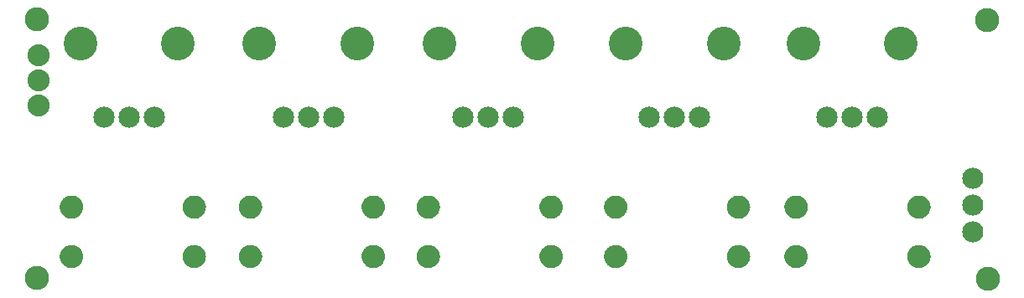
<source format=gbs>
G04 MADE WITH FRITZING*
G04 WWW.FRITZING.ORG*
G04 DOUBLE SIDED*
G04 HOLES PLATED*
G04 CONTOUR ON CENTER OF CONTOUR VECTOR*
%ASAXBY*%
%FSLAX23Y23*%
%MOIN*%
%OFA0B0*%
%SFA1.0B1.0*%
%ADD10C,0.084000*%
%ADD11C,0.096614*%
%ADD12C,0.084667*%
%ADD13C,0.084695*%
%ADD14C,0.134033*%
%ADD15C,0.088000*%
%ADD16R,0.001000X0.001000*%
%LNMASK0*%
G90*
G70*
G54D10*
X3798Y259D03*
X3798Y366D03*
X3798Y473D03*
G54D11*
X78Y75D03*
X3856Y1104D03*
X80Y1106D03*
X3858Y73D03*
G54D12*
X3219Y716D03*
X3319Y716D03*
G54D13*
X3419Y716D03*
G54D14*
X3125Y1011D03*
X3513Y1011D03*
G54D12*
X2514Y716D03*
X2614Y716D03*
G54D13*
X2714Y716D03*
G54D14*
X2420Y1011D03*
X2808Y1011D03*
G54D12*
X1774Y716D03*
X1874Y716D03*
G54D13*
X1974Y716D03*
G54D14*
X1680Y1011D03*
X2068Y1011D03*
G54D12*
X1058Y716D03*
X1158Y716D03*
G54D13*
X1258Y716D03*
G54D14*
X964Y1011D03*
X1352Y1011D03*
G54D12*
X346Y716D03*
X446Y716D03*
G54D13*
X546Y716D03*
G54D14*
X252Y1011D03*
X641Y1011D03*
G54D15*
X85Y963D03*
X85Y863D03*
X85Y763D03*
G54D16*
X210Y404D02*
X223Y404D01*
X699Y404D02*
X711Y404D01*
X922Y404D02*
X934Y404D01*
X1410Y404D02*
X1422Y404D01*
X1629Y404D02*
X1641Y404D01*
X2117Y404D02*
X2129Y404D01*
X2373Y404D02*
X2386Y404D01*
X2862Y404D02*
X2874Y404D01*
X3091Y404D02*
X3103Y404D01*
X3579Y404D02*
X3591Y404D01*
X206Y403D02*
X228Y403D01*
X694Y403D02*
X716Y403D01*
X917Y403D02*
X939Y403D01*
X1405Y403D02*
X1427Y403D01*
X1624Y403D02*
X1646Y403D01*
X2112Y403D02*
X2134Y403D01*
X2368Y403D02*
X2391Y403D01*
X2857Y403D02*
X2879Y403D01*
X3086Y403D02*
X3108Y403D01*
X3574Y403D02*
X3596Y403D01*
X202Y402D02*
X231Y402D01*
X690Y402D02*
X719Y402D01*
X913Y402D02*
X943Y402D01*
X1402Y402D02*
X1431Y402D01*
X1620Y402D02*
X1650Y402D01*
X2109Y402D02*
X2138Y402D01*
X2365Y402D02*
X2394Y402D01*
X2853Y402D02*
X2882Y402D01*
X3082Y402D02*
X3111Y402D01*
X3570Y402D02*
X3600Y402D01*
X199Y401D02*
X234Y401D01*
X687Y401D02*
X722Y401D01*
X911Y401D02*
X945Y401D01*
X1399Y401D02*
X1434Y401D01*
X1618Y401D02*
X1652Y401D01*
X2106Y401D02*
X2141Y401D01*
X2362Y401D02*
X2397Y401D01*
X2850Y401D02*
X2885Y401D01*
X3079Y401D02*
X3114Y401D01*
X3567Y401D02*
X3602Y401D01*
X197Y400D02*
X236Y400D01*
X685Y400D02*
X724Y400D01*
X908Y400D02*
X947Y400D01*
X1397Y400D02*
X1436Y400D01*
X1615Y400D02*
X1654Y400D01*
X2104Y400D02*
X2143Y400D01*
X2360Y400D02*
X2399Y400D01*
X2848Y400D02*
X2887Y400D01*
X3077Y400D02*
X3116Y400D01*
X3565Y400D02*
X3604Y400D01*
X195Y399D02*
X238Y399D01*
X683Y399D02*
X726Y399D01*
X906Y399D02*
X949Y399D01*
X1395Y399D02*
X1438Y399D01*
X1613Y399D02*
X1656Y399D01*
X2102Y399D02*
X2145Y399D01*
X2358Y399D02*
X2401Y399D01*
X2846Y399D02*
X2889Y399D01*
X3075Y399D02*
X3118Y399D01*
X3563Y399D02*
X3606Y399D01*
X194Y398D02*
X240Y398D01*
X682Y398D02*
X728Y398D01*
X905Y398D02*
X951Y398D01*
X1393Y398D02*
X1439Y398D01*
X1612Y398D02*
X1658Y398D01*
X2100Y398D02*
X2146Y398D01*
X2356Y398D02*
X2403Y398D01*
X2845Y398D02*
X2891Y398D01*
X3074Y398D02*
X3120Y398D01*
X3562Y398D02*
X3608Y398D01*
X192Y397D02*
X241Y397D01*
X680Y397D02*
X730Y397D01*
X903Y397D02*
X953Y397D01*
X1391Y397D02*
X1441Y397D01*
X1610Y397D02*
X1660Y397D01*
X2098Y397D02*
X2148Y397D01*
X2355Y397D02*
X2404Y397D01*
X2843Y397D02*
X2893Y397D01*
X3072Y397D02*
X3121Y397D01*
X3560Y397D02*
X3610Y397D01*
X190Y396D02*
X243Y396D01*
X679Y396D02*
X731Y396D01*
X902Y396D02*
X954Y396D01*
X1390Y396D02*
X1442Y396D01*
X1609Y396D02*
X1661Y396D01*
X2097Y396D02*
X2149Y396D01*
X2353Y396D02*
X2406Y396D01*
X2842Y396D02*
X2894Y396D01*
X3070Y396D02*
X3123Y396D01*
X3559Y396D02*
X3611Y396D01*
X189Y395D02*
X244Y395D01*
X677Y395D02*
X732Y395D01*
X900Y395D02*
X956Y395D01*
X1389Y395D02*
X1444Y395D01*
X1607Y395D02*
X1663Y395D01*
X2096Y395D02*
X2151Y395D01*
X2352Y395D02*
X2407Y395D01*
X2840Y395D02*
X2895Y395D01*
X3069Y395D02*
X3124Y395D01*
X3557Y395D02*
X3612Y395D01*
X188Y394D02*
X246Y394D01*
X676Y394D02*
X734Y394D01*
X899Y394D02*
X957Y394D01*
X1387Y394D02*
X1445Y394D01*
X1606Y394D02*
X1664Y394D01*
X2094Y394D02*
X2152Y394D01*
X2351Y394D02*
X2409Y394D01*
X2839Y394D02*
X2897Y394D01*
X3068Y394D02*
X3126Y394D01*
X3556Y394D02*
X3614Y394D01*
X187Y393D02*
X247Y393D01*
X675Y393D02*
X735Y393D01*
X898Y393D02*
X958Y393D01*
X1386Y393D02*
X1446Y393D01*
X1605Y393D02*
X1665Y393D01*
X2093Y393D02*
X2153Y393D01*
X2350Y393D02*
X2410Y393D01*
X2838Y393D02*
X2898Y393D01*
X3067Y393D02*
X3127Y393D01*
X3555Y393D02*
X3615Y393D01*
X185Y392D02*
X248Y392D01*
X674Y392D02*
X736Y392D01*
X897Y392D02*
X959Y392D01*
X1385Y392D02*
X1447Y392D01*
X1604Y392D02*
X1666Y392D01*
X2092Y392D02*
X2154Y392D01*
X2348Y392D02*
X2411Y392D01*
X2837Y392D02*
X2899Y392D01*
X3066Y392D02*
X3128Y392D01*
X3554Y392D02*
X3616Y392D01*
X184Y391D02*
X249Y391D01*
X673Y391D02*
X737Y391D01*
X896Y391D02*
X960Y391D01*
X1384Y391D02*
X1448Y391D01*
X1603Y391D02*
X1667Y391D01*
X2091Y391D02*
X2155Y391D01*
X2347Y391D02*
X2412Y391D01*
X2836Y391D02*
X2900Y391D01*
X3064Y391D02*
X3129Y391D01*
X3553Y391D02*
X3617Y391D01*
X183Y390D02*
X250Y390D01*
X672Y390D02*
X738Y390D01*
X895Y390D02*
X961Y390D01*
X1383Y390D02*
X1449Y390D01*
X1602Y390D02*
X1668Y390D01*
X2090Y390D02*
X2156Y390D01*
X2346Y390D02*
X2413Y390D01*
X2835Y390D02*
X2901Y390D01*
X3064Y390D02*
X3130Y390D01*
X3552Y390D02*
X3618Y390D01*
X183Y389D02*
X251Y389D01*
X671Y389D02*
X739Y389D01*
X894Y389D02*
X962Y389D01*
X1382Y389D02*
X1450Y389D01*
X1601Y389D02*
X1669Y389D01*
X2089Y389D02*
X2157Y389D01*
X2346Y389D02*
X2414Y389D01*
X2834Y389D02*
X2902Y389D01*
X3063Y389D02*
X3131Y389D01*
X3551Y389D02*
X3619Y389D01*
X182Y388D02*
X252Y388D01*
X670Y388D02*
X740Y388D01*
X893Y388D02*
X963Y388D01*
X1381Y388D02*
X1451Y388D01*
X1600Y388D02*
X1670Y388D01*
X2088Y388D02*
X2158Y388D01*
X2345Y388D02*
X2415Y388D01*
X2833Y388D02*
X2903Y388D01*
X3062Y388D02*
X3132Y388D01*
X3550Y388D02*
X3620Y388D01*
X181Y387D02*
X252Y387D01*
X669Y387D02*
X741Y387D01*
X892Y387D02*
X964Y387D01*
X1380Y387D02*
X1452Y387D01*
X1599Y387D02*
X1671Y387D01*
X2087Y387D02*
X2159Y387D01*
X2344Y387D02*
X2415Y387D01*
X2832Y387D02*
X2904Y387D01*
X3061Y387D02*
X3132Y387D01*
X3549Y387D02*
X3621Y387D01*
X180Y386D02*
X253Y386D01*
X668Y386D02*
X741Y386D01*
X891Y386D02*
X964Y386D01*
X1380Y386D02*
X1453Y386D01*
X1599Y386D02*
X1671Y386D01*
X2087Y386D02*
X2160Y386D01*
X2343Y386D02*
X2416Y386D01*
X2831Y386D02*
X2904Y386D01*
X3060Y386D02*
X3133Y386D01*
X3548Y386D02*
X3621Y386D01*
X179Y385D02*
X254Y385D01*
X668Y385D02*
X742Y385D01*
X891Y385D02*
X965Y385D01*
X1379Y385D02*
X1453Y385D01*
X1598Y385D02*
X1672Y385D01*
X2086Y385D02*
X2160Y385D01*
X2342Y385D02*
X2417Y385D01*
X2831Y385D02*
X2905Y385D01*
X3059Y385D02*
X3134Y385D01*
X3548Y385D02*
X3622Y385D01*
X179Y384D02*
X255Y384D01*
X667Y384D02*
X743Y384D01*
X890Y384D02*
X966Y384D01*
X1378Y384D02*
X1454Y384D01*
X1597Y384D02*
X1673Y384D01*
X2085Y384D02*
X2161Y384D01*
X2342Y384D02*
X2418Y384D01*
X2830Y384D02*
X2906Y384D01*
X3059Y384D02*
X3135Y384D01*
X3547Y384D02*
X3623Y384D01*
X178Y383D02*
X255Y383D01*
X666Y383D02*
X743Y383D01*
X889Y383D02*
X967Y383D01*
X1378Y383D02*
X1455Y383D01*
X1596Y383D02*
X1674Y383D01*
X2085Y383D02*
X2162Y383D01*
X2341Y383D02*
X2418Y383D01*
X2829Y383D02*
X2906Y383D01*
X3058Y383D02*
X3135Y383D01*
X3546Y383D02*
X3623Y383D01*
X177Y382D02*
X256Y382D01*
X666Y382D02*
X744Y382D01*
X889Y382D02*
X967Y382D01*
X1377Y382D02*
X1455Y382D01*
X1596Y382D02*
X1674Y382D01*
X2084Y382D02*
X2162Y382D01*
X2340Y382D02*
X2419Y382D01*
X2829Y382D02*
X2907Y382D01*
X3058Y382D02*
X3136Y382D01*
X3546Y382D02*
X3624Y382D01*
X177Y381D02*
X256Y381D01*
X665Y381D02*
X745Y381D01*
X888Y381D02*
X968Y381D01*
X1376Y381D02*
X1456Y381D01*
X1595Y381D02*
X1675Y381D01*
X2083Y381D02*
X2163Y381D01*
X2340Y381D02*
X2419Y381D01*
X2828Y381D02*
X2908Y381D01*
X3057Y381D02*
X3136Y381D01*
X3545Y381D02*
X3625Y381D01*
X176Y380D02*
X257Y380D01*
X664Y380D02*
X745Y380D01*
X888Y380D02*
X968Y380D01*
X1376Y380D02*
X1457Y380D01*
X1595Y380D02*
X1675Y380D01*
X2083Y380D02*
X2164Y380D01*
X2339Y380D02*
X2420Y380D01*
X2827Y380D02*
X2908Y380D01*
X3056Y380D02*
X3137Y380D01*
X3545Y380D02*
X3625Y380D01*
X176Y379D02*
X258Y379D01*
X664Y379D02*
X746Y379D01*
X887Y379D02*
X969Y379D01*
X1375Y379D02*
X1457Y379D01*
X1594Y379D02*
X1676Y379D01*
X2082Y379D02*
X2164Y379D01*
X2339Y379D02*
X2420Y379D01*
X2827Y379D02*
X2909Y379D01*
X3056Y379D02*
X3138Y379D01*
X3544Y379D02*
X3626Y379D01*
X175Y378D02*
X258Y378D01*
X663Y378D02*
X746Y378D01*
X887Y378D02*
X969Y378D01*
X1375Y378D02*
X1458Y378D01*
X1594Y378D02*
X1676Y378D01*
X2082Y378D02*
X2165Y378D01*
X2338Y378D02*
X2421Y378D01*
X2826Y378D02*
X2909Y378D01*
X3055Y378D02*
X3138Y378D01*
X3544Y378D02*
X3626Y378D01*
X175Y377D02*
X259Y377D01*
X663Y377D02*
X747Y377D01*
X886Y377D02*
X970Y377D01*
X1374Y377D02*
X1458Y377D01*
X1593Y377D02*
X1677Y377D01*
X2081Y377D02*
X2165Y377D01*
X2338Y377D02*
X2421Y377D01*
X2826Y377D02*
X2910Y377D01*
X3055Y377D02*
X3139Y377D01*
X3543Y377D02*
X3627Y377D01*
X174Y376D02*
X259Y376D01*
X663Y376D02*
X747Y376D01*
X886Y376D02*
X970Y376D01*
X1374Y376D02*
X1458Y376D01*
X1593Y376D02*
X1677Y376D01*
X2081Y376D02*
X2165Y376D01*
X2337Y376D02*
X2422Y376D01*
X2826Y376D02*
X2910Y376D01*
X3054Y376D02*
X3139Y376D01*
X3543Y376D02*
X3627Y376D01*
X174Y375D02*
X259Y375D01*
X662Y375D02*
X747Y375D01*
X885Y375D02*
X971Y375D01*
X1374Y375D02*
X1459Y375D01*
X1592Y375D02*
X1678Y375D01*
X2081Y375D02*
X2166Y375D01*
X2337Y375D02*
X2422Y375D01*
X2825Y375D02*
X2910Y375D01*
X3054Y375D02*
X3139Y375D01*
X3542Y375D02*
X3628Y375D01*
X174Y374D02*
X260Y374D01*
X662Y374D02*
X748Y374D01*
X885Y374D02*
X971Y374D01*
X1373Y374D02*
X1459Y374D01*
X1592Y374D02*
X1678Y374D01*
X2080Y374D02*
X2166Y374D01*
X2337Y374D02*
X2423Y374D01*
X2825Y374D02*
X2911Y374D01*
X3054Y374D02*
X3140Y374D01*
X3542Y374D02*
X3628Y374D01*
X173Y373D02*
X260Y373D01*
X661Y373D02*
X748Y373D01*
X885Y373D02*
X971Y373D01*
X1373Y373D02*
X1460Y373D01*
X1592Y373D02*
X1678Y373D01*
X2080Y373D02*
X2167Y373D01*
X2336Y373D02*
X2423Y373D01*
X2824Y373D02*
X2911Y373D01*
X3053Y373D02*
X3140Y373D01*
X3542Y373D02*
X3628Y373D01*
X173Y372D02*
X260Y372D01*
X661Y372D02*
X749Y372D01*
X884Y372D02*
X972Y372D01*
X1372Y372D02*
X1460Y372D01*
X1591Y372D02*
X1679Y372D01*
X2079Y372D02*
X2167Y372D01*
X2336Y372D02*
X2423Y372D01*
X2824Y372D02*
X2912Y372D01*
X3053Y372D02*
X3140Y372D01*
X3541Y372D02*
X3629Y372D01*
X173Y371D02*
X261Y371D01*
X661Y371D02*
X749Y371D01*
X884Y371D02*
X972Y371D01*
X1372Y371D02*
X1460Y371D01*
X1591Y371D02*
X1679Y371D01*
X2079Y371D02*
X2167Y371D01*
X2336Y371D02*
X2424Y371D01*
X2824Y371D02*
X2912Y371D01*
X3053Y371D02*
X3141Y371D01*
X3541Y371D02*
X3629Y371D01*
X172Y370D02*
X261Y370D01*
X661Y370D02*
X749Y370D01*
X884Y370D02*
X972Y370D01*
X1372Y370D02*
X1460Y370D01*
X1591Y370D02*
X1679Y370D01*
X2079Y370D02*
X2167Y370D01*
X2335Y370D02*
X2424Y370D01*
X2824Y370D02*
X2912Y370D01*
X3052Y370D02*
X3141Y370D01*
X3541Y370D02*
X3629Y370D01*
X172Y369D02*
X261Y369D01*
X660Y369D02*
X749Y369D01*
X884Y369D02*
X972Y369D01*
X1372Y369D02*
X1461Y369D01*
X1591Y369D02*
X1679Y369D01*
X2079Y369D02*
X2168Y369D01*
X2335Y369D02*
X2424Y369D01*
X2823Y369D02*
X2912Y369D01*
X3052Y369D02*
X3141Y369D01*
X3540Y369D02*
X3629Y369D01*
X172Y368D02*
X261Y368D01*
X660Y368D02*
X750Y368D01*
X883Y368D02*
X973Y368D01*
X1371Y368D02*
X1461Y368D01*
X1590Y368D02*
X1680Y368D01*
X2078Y368D02*
X2168Y368D01*
X2335Y368D02*
X2424Y368D01*
X2823Y368D02*
X2913Y368D01*
X3052Y368D02*
X3141Y368D01*
X3540Y368D02*
X3630Y368D01*
X172Y367D02*
X262Y367D01*
X660Y367D02*
X750Y367D01*
X883Y367D02*
X973Y367D01*
X1371Y367D02*
X1461Y367D01*
X1590Y367D02*
X1680Y367D01*
X2078Y367D02*
X2168Y367D01*
X2335Y367D02*
X2425Y367D01*
X2823Y367D02*
X2913Y367D01*
X3052Y367D02*
X3142Y367D01*
X3540Y367D02*
X3630Y367D01*
X172Y366D02*
X262Y366D01*
X660Y366D02*
X750Y366D01*
X883Y366D02*
X973Y366D01*
X1371Y366D02*
X1461Y366D01*
X1590Y366D02*
X1680Y366D01*
X2078Y366D02*
X2168Y366D01*
X2335Y366D02*
X2425Y366D01*
X2823Y366D02*
X2913Y366D01*
X3052Y366D02*
X3142Y366D01*
X3540Y366D02*
X3630Y366D01*
X171Y365D02*
X262Y365D01*
X660Y365D02*
X750Y365D01*
X883Y365D02*
X973Y365D01*
X1371Y365D02*
X1461Y365D01*
X1590Y365D02*
X1680Y365D01*
X2078Y365D02*
X2168Y365D01*
X2334Y365D02*
X2425Y365D01*
X2823Y365D02*
X2913Y365D01*
X3051Y365D02*
X3142Y365D01*
X3540Y365D02*
X3630Y365D01*
X171Y364D02*
X262Y364D01*
X659Y364D02*
X750Y364D01*
X883Y364D02*
X973Y364D01*
X1371Y364D02*
X1462Y364D01*
X1590Y364D02*
X1680Y364D01*
X2078Y364D02*
X2169Y364D01*
X2334Y364D02*
X2425Y364D01*
X2822Y364D02*
X2913Y364D01*
X3051Y364D02*
X3142Y364D01*
X3540Y364D02*
X3630Y364D01*
X171Y363D02*
X262Y363D01*
X659Y363D02*
X750Y363D01*
X882Y363D02*
X974Y363D01*
X1371Y363D02*
X1462Y363D01*
X1589Y363D02*
X1681Y363D01*
X2078Y363D02*
X2169Y363D01*
X2334Y363D02*
X2425Y363D01*
X2822Y363D02*
X2913Y363D01*
X3051Y363D02*
X3142Y363D01*
X3539Y363D02*
X3630Y363D01*
X171Y362D02*
X262Y362D01*
X659Y362D02*
X750Y362D01*
X882Y362D02*
X974Y362D01*
X1371Y362D02*
X1462Y362D01*
X1589Y362D02*
X1681Y362D01*
X2078Y362D02*
X2169Y362D01*
X2334Y362D02*
X2425Y362D01*
X2822Y362D02*
X2913Y362D01*
X3051Y362D02*
X3142Y362D01*
X3539Y362D02*
X3631Y362D01*
X171Y361D02*
X262Y361D01*
X659Y361D02*
X751Y361D01*
X882Y361D02*
X974Y361D01*
X1370Y361D02*
X1462Y361D01*
X1589Y361D02*
X1681Y361D01*
X2077Y361D02*
X2169Y361D01*
X2334Y361D02*
X2425Y361D01*
X2822Y361D02*
X2913Y361D01*
X3051Y361D02*
X3142Y361D01*
X3539Y361D02*
X3631Y361D01*
X171Y360D02*
X262Y360D01*
X659Y360D02*
X751Y360D01*
X882Y360D02*
X974Y360D01*
X1370Y360D02*
X1462Y360D01*
X1589Y360D02*
X1681Y360D01*
X2077Y360D02*
X2169Y360D01*
X2334Y360D02*
X2425Y360D01*
X2822Y360D02*
X2914Y360D01*
X3051Y360D02*
X3142Y360D01*
X3539Y360D02*
X3631Y360D01*
X171Y359D02*
X262Y359D01*
X659Y359D02*
X751Y359D01*
X882Y359D02*
X974Y359D01*
X1370Y359D02*
X1462Y359D01*
X1589Y359D02*
X1681Y359D01*
X2077Y359D02*
X2169Y359D01*
X2334Y359D02*
X2425Y359D01*
X2822Y359D02*
X2914Y359D01*
X3051Y359D02*
X3143Y359D01*
X3539Y359D02*
X3631Y359D01*
X171Y358D02*
X262Y358D01*
X659Y358D02*
X751Y358D01*
X882Y358D02*
X974Y358D01*
X1370Y358D02*
X1462Y358D01*
X1589Y358D02*
X1681Y358D01*
X2077Y358D02*
X2169Y358D01*
X2334Y358D02*
X2425Y358D01*
X2822Y358D02*
X2914Y358D01*
X3051Y358D02*
X3143Y358D01*
X3539Y358D02*
X3631Y358D01*
X171Y357D02*
X262Y357D01*
X659Y357D02*
X751Y357D01*
X882Y357D02*
X974Y357D01*
X1370Y357D02*
X1462Y357D01*
X1589Y357D02*
X1681Y357D01*
X2077Y357D02*
X2169Y357D01*
X2334Y357D02*
X2425Y357D01*
X2822Y357D02*
X2914Y357D01*
X3051Y357D02*
X3142Y357D01*
X3539Y357D02*
X3631Y357D01*
X171Y356D02*
X262Y356D01*
X659Y356D02*
X751Y356D01*
X882Y356D02*
X974Y356D01*
X1370Y356D02*
X1462Y356D01*
X1589Y356D02*
X1681Y356D01*
X2077Y356D02*
X2169Y356D01*
X2334Y356D02*
X2425Y356D01*
X2822Y356D02*
X2914Y356D01*
X3051Y356D02*
X3142Y356D01*
X3539Y356D02*
X3631Y356D01*
X171Y355D02*
X262Y355D01*
X659Y355D02*
X750Y355D01*
X882Y355D02*
X974Y355D01*
X1371Y355D02*
X1462Y355D01*
X1589Y355D02*
X1681Y355D01*
X2078Y355D02*
X2169Y355D01*
X2334Y355D02*
X2425Y355D01*
X2822Y355D02*
X2913Y355D01*
X3051Y355D02*
X3142Y355D01*
X3539Y355D02*
X3631Y355D01*
X171Y354D02*
X262Y354D01*
X659Y354D02*
X750Y354D01*
X882Y354D02*
X974Y354D01*
X1371Y354D02*
X1462Y354D01*
X1589Y354D02*
X1681Y354D01*
X2078Y354D02*
X2169Y354D01*
X2334Y354D02*
X2425Y354D01*
X2822Y354D02*
X2913Y354D01*
X3051Y354D02*
X3142Y354D01*
X3539Y354D02*
X3630Y354D01*
X171Y353D02*
X262Y353D01*
X659Y353D02*
X750Y353D01*
X883Y353D02*
X973Y353D01*
X1371Y353D02*
X1462Y353D01*
X1590Y353D02*
X1680Y353D01*
X2078Y353D02*
X2169Y353D01*
X2334Y353D02*
X2425Y353D01*
X2822Y353D02*
X2913Y353D01*
X3051Y353D02*
X3142Y353D01*
X3539Y353D02*
X3630Y353D01*
X171Y352D02*
X262Y352D01*
X660Y352D02*
X750Y352D01*
X883Y352D02*
X973Y352D01*
X1371Y352D02*
X1461Y352D01*
X1590Y352D02*
X1680Y352D01*
X2078Y352D02*
X2168Y352D01*
X2334Y352D02*
X2425Y352D01*
X2823Y352D02*
X2913Y352D01*
X3051Y352D02*
X3142Y352D01*
X3540Y352D02*
X3630Y352D01*
X171Y351D02*
X262Y351D01*
X660Y351D02*
X750Y351D01*
X883Y351D02*
X973Y351D01*
X1371Y351D02*
X1461Y351D01*
X1590Y351D02*
X1680Y351D01*
X2078Y351D02*
X2168Y351D01*
X2334Y351D02*
X2425Y351D01*
X2823Y351D02*
X2913Y351D01*
X3052Y351D02*
X3142Y351D01*
X3540Y351D02*
X3630Y351D01*
X172Y350D02*
X262Y350D01*
X660Y350D02*
X750Y350D01*
X883Y350D02*
X973Y350D01*
X1371Y350D02*
X1461Y350D01*
X1590Y350D02*
X1680Y350D01*
X2078Y350D02*
X2168Y350D01*
X2335Y350D02*
X2425Y350D01*
X2823Y350D02*
X2913Y350D01*
X3052Y350D02*
X3142Y350D01*
X3540Y350D02*
X3630Y350D01*
X172Y349D02*
X261Y349D01*
X660Y349D02*
X750Y349D01*
X883Y349D02*
X973Y349D01*
X1371Y349D02*
X1461Y349D01*
X1590Y349D02*
X1680Y349D01*
X2078Y349D02*
X2168Y349D01*
X2335Y349D02*
X2424Y349D01*
X2823Y349D02*
X2913Y349D01*
X3052Y349D02*
X3142Y349D01*
X3540Y349D02*
X3630Y349D01*
X172Y348D02*
X261Y348D01*
X660Y348D02*
X749Y348D01*
X883Y348D02*
X973Y348D01*
X1372Y348D02*
X1461Y348D01*
X1590Y348D02*
X1680Y348D01*
X2079Y348D02*
X2168Y348D01*
X2335Y348D02*
X2424Y348D01*
X2823Y348D02*
X2912Y348D01*
X3052Y348D02*
X3141Y348D01*
X3540Y348D02*
X3629Y348D01*
X172Y347D02*
X261Y347D01*
X660Y347D02*
X749Y347D01*
X884Y347D02*
X972Y347D01*
X1372Y347D02*
X1460Y347D01*
X1591Y347D02*
X1679Y347D01*
X2079Y347D02*
X2168Y347D01*
X2335Y347D02*
X2424Y347D01*
X2823Y347D02*
X2912Y347D01*
X3052Y347D02*
X3141Y347D01*
X3541Y347D02*
X3629Y347D01*
X173Y346D02*
X261Y346D01*
X661Y346D02*
X749Y346D01*
X884Y346D02*
X972Y346D01*
X1372Y346D02*
X1460Y346D01*
X1591Y346D02*
X1679Y346D01*
X2079Y346D02*
X2167Y346D01*
X2336Y346D02*
X2424Y346D01*
X2824Y346D02*
X2912Y346D01*
X3053Y346D02*
X3141Y346D01*
X3541Y346D02*
X3629Y346D01*
X173Y345D02*
X260Y345D01*
X661Y345D02*
X749Y345D01*
X884Y345D02*
X972Y345D01*
X1372Y345D02*
X1460Y345D01*
X1591Y345D02*
X1679Y345D01*
X2079Y345D02*
X2167Y345D01*
X2336Y345D02*
X2423Y345D01*
X2824Y345D02*
X2912Y345D01*
X3053Y345D02*
X3141Y345D01*
X3541Y345D02*
X3629Y345D01*
X173Y344D02*
X260Y344D01*
X661Y344D02*
X748Y344D01*
X884Y344D02*
X972Y344D01*
X1373Y344D02*
X1460Y344D01*
X1591Y344D02*
X1679Y344D01*
X2080Y344D02*
X2167Y344D01*
X2336Y344D02*
X2423Y344D01*
X2824Y344D02*
X2911Y344D01*
X3053Y344D02*
X3140Y344D01*
X3541Y344D02*
X3628Y344D01*
X173Y343D02*
X260Y343D01*
X662Y343D02*
X748Y343D01*
X885Y343D02*
X971Y343D01*
X1373Y343D02*
X1459Y343D01*
X1592Y343D02*
X1678Y343D01*
X2080Y343D02*
X2166Y343D01*
X2336Y343D02*
X2423Y343D01*
X2825Y343D02*
X2911Y343D01*
X3054Y343D02*
X3140Y343D01*
X3542Y343D02*
X3628Y343D01*
X174Y342D02*
X259Y342D01*
X662Y342D02*
X748Y342D01*
X885Y342D02*
X971Y342D01*
X1373Y342D02*
X1459Y342D01*
X1592Y342D02*
X1678Y342D01*
X2080Y342D02*
X2166Y342D01*
X2337Y342D02*
X2422Y342D01*
X2825Y342D02*
X2911Y342D01*
X3054Y342D02*
X3140Y342D01*
X3542Y342D02*
X3628Y342D01*
X174Y341D02*
X259Y341D01*
X662Y341D02*
X747Y341D01*
X885Y341D02*
X970Y341D01*
X1374Y341D02*
X1459Y341D01*
X1593Y341D02*
X1677Y341D01*
X2081Y341D02*
X2166Y341D01*
X2337Y341D02*
X2422Y341D01*
X2825Y341D02*
X2910Y341D01*
X3054Y341D02*
X3139Y341D01*
X3542Y341D02*
X3627Y341D01*
X175Y340D02*
X259Y340D01*
X663Y340D02*
X747Y340D01*
X886Y340D02*
X970Y340D01*
X1374Y340D02*
X1458Y340D01*
X1593Y340D02*
X1677Y340D01*
X2081Y340D02*
X2165Y340D01*
X2338Y340D02*
X2422Y340D01*
X2826Y340D02*
X2910Y340D01*
X3055Y340D02*
X3139Y340D01*
X3543Y340D02*
X3627Y340D01*
X175Y339D02*
X258Y339D01*
X663Y339D02*
X746Y339D01*
X886Y339D02*
X970Y339D01*
X1375Y339D02*
X1458Y339D01*
X1593Y339D02*
X1677Y339D01*
X2082Y339D02*
X2165Y339D01*
X2338Y339D02*
X2421Y339D01*
X2826Y339D02*
X2909Y339D01*
X3055Y339D02*
X3138Y339D01*
X3543Y339D02*
X3626Y339D01*
X176Y338D02*
X258Y338D01*
X664Y338D02*
X746Y338D01*
X887Y338D02*
X969Y338D01*
X1375Y338D02*
X1457Y338D01*
X1594Y338D02*
X1676Y338D01*
X2082Y338D02*
X2164Y338D01*
X2339Y338D02*
X2421Y338D01*
X2827Y338D02*
X2909Y338D01*
X3056Y338D02*
X3138Y338D01*
X3544Y338D02*
X3626Y338D01*
X176Y337D02*
X257Y337D01*
X664Y337D02*
X745Y337D01*
X887Y337D02*
X969Y337D01*
X1376Y337D02*
X1457Y337D01*
X1594Y337D02*
X1676Y337D01*
X2083Y337D02*
X2164Y337D01*
X2339Y337D02*
X2420Y337D01*
X2827Y337D02*
X2908Y337D01*
X3056Y337D02*
X3137Y337D01*
X3544Y337D02*
X3625Y337D01*
X177Y336D02*
X257Y336D01*
X665Y336D02*
X745Y336D01*
X888Y336D02*
X968Y336D01*
X1376Y336D02*
X1456Y336D01*
X1595Y336D02*
X1675Y336D01*
X2083Y336D02*
X2163Y336D01*
X2340Y336D02*
X2420Y336D01*
X2828Y336D02*
X2908Y336D01*
X3057Y336D02*
X3137Y336D01*
X3545Y336D02*
X3625Y336D01*
X177Y335D02*
X256Y335D01*
X665Y335D02*
X744Y335D01*
X889Y335D02*
X967Y335D01*
X1377Y335D02*
X1456Y335D01*
X1596Y335D02*
X1674Y335D01*
X2084Y335D02*
X2163Y335D01*
X2340Y335D02*
X2419Y335D01*
X2828Y335D02*
X2907Y335D01*
X3057Y335D02*
X3136Y335D01*
X3545Y335D02*
X3624Y335D01*
X178Y334D02*
X256Y334D01*
X666Y334D02*
X744Y334D01*
X889Y334D02*
X967Y334D01*
X1377Y334D02*
X1455Y334D01*
X1596Y334D02*
X1674Y334D01*
X2084Y334D02*
X2162Y334D01*
X2341Y334D02*
X2418Y334D01*
X2829Y334D02*
X2907Y334D01*
X3058Y334D02*
X3136Y334D01*
X3546Y334D02*
X3624Y334D01*
X178Y333D02*
X255Y333D01*
X667Y333D02*
X743Y333D01*
X890Y333D02*
X966Y333D01*
X1378Y333D02*
X1454Y333D01*
X1597Y333D02*
X1673Y333D01*
X2085Y333D02*
X2161Y333D01*
X2341Y333D02*
X2418Y333D01*
X2830Y333D02*
X2906Y333D01*
X3058Y333D02*
X3135Y333D01*
X3547Y333D02*
X3623Y333D01*
X179Y332D02*
X254Y332D01*
X667Y332D02*
X742Y332D01*
X890Y332D02*
X966Y332D01*
X1379Y332D02*
X1454Y332D01*
X1597Y332D02*
X1673Y332D01*
X2086Y332D02*
X2161Y332D01*
X2342Y332D02*
X2417Y332D01*
X2830Y332D02*
X2905Y332D01*
X3059Y332D02*
X3134Y332D01*
X3547Y332D02*
X3622Y332D01*
X180Y331D02*
X253Y331D01*
X668Y331D02*
X742Y331D01*
X891Y331D02*
X965Y331D01*
X1379Y331D02*
X1453Y331D01*
X1598Y331D02*
X1672Y331D01*
X2086Y331D02*
X2160Y331D01*
X2343Y331D02*
X2416Y331D01*
X2831Y331D02*
X2905Y331D01*
X3060Y331D02*
X3134Y331D01*
X3548Y331D02*
X3622Y331D01*
X181Y330D02*
X253Y330D01*
X669Y330D02*
X741Y330D01*
X892Y330D02*
X964Y330D01*
X1380Y330D02*
X1452Y330D01*
X1599Y330D02*
X1671Y330D01*
X2087Y330D02*
X2159Y330D01*
X2344Y330D02*
X2416Y330D01*
X2832Y330D02*
X2904Y330D01*
X3061Y330D02*
X3133Y330D01*
X3549Y330D02*
X3621Y330D01*
X181Y329D02*
X252Y329D01*
X669Y329D02*
X740Y329D01*
X893Y329D02*
X963Y329D01*
X1381Y329D02*
X1452Y329D01*
X1600Y329D02*
X1670Y329D01*
X2088Y329D02*
X2159Y329D01*
X2344Y329D02*
X2415Y329D01*
X2832Y329D02*
X2903Y329D01*
X3061Y329D02*
X3132Y329D01*
X3550Y329D02*
X3620Y329D01*
X182Y328D02*
X251Y328D01*
X670Y328D02*
X739Y328D01*
X893Y328D02*
X962Y328D01*
X1382Y328D02*
X1451Y328D01*
X1600Y328D02*
X1669Y328D01*
X2089Y328D02*
X2158Y328D01*
X2345Y328D02*
X2414Y328D01*
X2833Y328D02*
X2902Y328D01*
X3062Y328D02*
X3131Y328D01*
X3550Y328D02*
X3619Y328D01*
X183Y327D02*
X250Y327D01*
X671Y327D02*
X738Y327D01*
X894Y327D02*
X962Y327D01*
X1383Y327D02*
X1450Y327D01*
X1601Y327D02*
X1669Y327D01*
X2090Y327D02*
X2157Y327D01*
X2346Y327D02*
X2413Y327D01*
X2834Y327D02*
X2901Y327D01*
X3063Y327D02*
X3130Y327D01*
X3551Y327D02*
X3619Y327D01*
X184Y326D02*
X249Y326D01*
X672Y326D02*
X738Y326D01*
X895Y326D02*
X961Y326D01*
X1383Y326D02*
X1449Y326D01*
X1602Y326D02*
X1668Y326D01*
X2090Y326D02*
X2156Y326D01*
X2347Y326D02*
X2412Y326D01*
X2835Y326D02*
X2901Y326D01*
X3064Y326D02*
X3129Y326D01*
X3552Y326D02*
X3618Y326D01*
X185Y325D02*
X248Y325D01*
X673Y325D02*
X737Y325D01*
X896Y325D02*
X960Y325D01*
X1384Y325D02*
X1448Y325D01*
X1603Y325D02*
X1667Y325D01*
X2091Y325D02*
X2155Y325D01*
X2348Y325D02*
X2411Y325D01*
X2836Y325D02*
X2900Y325D01*
X3065Y325D02*
X3128Y325D01*
X3553Y325D02*
X3617Y325D01*
X186Y324D02*
X247Y324D01*
X674Y324D02*
X735Y324D01*
X897Y324D02*
X959Y324D01*
X1386Y324D02*
X1447Y324D01*
X1604Y324D02*
X1666Y324D01*
X2093Y324D02*
X2154Y324D01*
X2349Y324D02*
X2410Y324D01*
X2837Y324D02*
X2898Y324D01*
X3066Y324D02*
X3127Y324D01*
X3554Y324D02*
X3615Y324D01*
X187Y323D02*
X246Y323D01*
X675Y323D02*
X734Y323D01*
X898Y323D02*
X957Y323D01*
X1387Y323D02*
X1446Y323D01*
X1606Y323D02*
X1664Y323D01*
X2094Y323D02*
X2153Y323D01*
X2350Y323D02*
X2409Y323D01*
X2838Y323D02*
X2897Y323D01*
X3067Y323D02*
X3126Y323D01*
X3555Y323D02*
X3614Y323D01*
X188Y322D02*
X245Y322D01*
X677Y322D02*
X733Y322D01*
X900Y322D02*
X956Y322D01*
X1388Y322D02*
X1444Y322D01*
X1607Y322D02*
X1663Y322D01*
X2095Y322D02*
X2151Y322D01*
X2351Y322D02*
X2408Y322D01*
X2840Y322D02*
X2896Y322D01*
X3069Y322D02*
X3125Y322D01*
X3557Y322D02*
X3613Y322D01*
X190Y321D02*
X244Y321D01*
X678Y321D02*
X732Y321D01*
X901Y321D02*
X955Y321D01*
X1389Y321D02*
X1443Y321D01*
X1608Y321D02*
X1662Y321D01*
X2096Y321D02*
X2150Y321D01*
X2353Y321D02*
X2406Y321D01*
X2841Y321D02*
X2895Y321D01*
X3070Y321D02*
X3124Y321D01*
X3558Y321D02*
X3612Y321D01*
X191Y320D02*
X242Y320D01*
X679Y320D02*
X730Y320D01*
X902Y320D02*
X953Y320D01*
X1391Y320D02*
X1442Y320D01*
X1609Y320D02*
X1660Y320D01*
X2098Y320D02*
X2149Y320D01*
X2354Y320D02*
X2405Y320D01*
X2842Y320D02*
X2893Y320D01*
X3071Y320D02*
X3122Y320D01*
X3559Y320D02*
X3610Y320D01*
X193Y319D02*
X241Y319D01*
X681Y319D02*
X729Y319D01*
X904Y319D02*
X952Y319D01*
X1392Y319D02*
X1440Y319D01*
X1611Y319D02*
X1659Y319D01*
X2099Y319D02*
X2147Y319D01*
X2356Y319D02*
X2404Y319D01*
X2844Y319D02*
X2892Y319D01*
X3073Y319D02*
X3121Y319D01*
X3561Y319D02*
X3609Y319D01*
X194Y318D02*
X239Y318D01*
X683Y318D02*
X727Y318D01*
X906Y318D02*
X950Y318D01*
X1394Y318D02*
X1438Y318D01*
X1613Y318D02*
X1657Y318D01*
X2101Y318D02*
X2145Y318D01*
X2357Y318D02*
X2402Y318D01*
X2846Y318D02*
X2890Y318D01*
X3074Y318D02*
X3119Y318D01*
X3563Y318D02*
X3607Y318D01*
X196Y317D02*
X237Y317D01*
X684Y317D02*
X725Y317D01*
X908Y317D02*
X948Y317D01*
X1396Y317D02*
X1437Y317D01*
X1615Y317D02*
X1655Y317D01*
X2103Y317D02*
X2144Y317D01*
X2359Y317D02*
X2400Y317D01*
X2847Y317D02*
X2888Y317D01*
X3076Y317D02*
X3117Y317D01*
X3564Y317D02*
X3605Y317D01*
X198Y316D02*
X235Y316D01*
X686Y316D02*
X723Y316D01*
X910Y316D02*
X946Y316D01*
X1398Y316D02*
X1435Y316D01*
X1617Y316D02*
X1653Y316D01*
X2105Y316D02*
X2142Y316D01*
X2361Y316D02*
X2398Y316D01*
X2849Y316D02*
X2886Y316D01*
X3078Y316D02*
X3115Y316D01*
X3566Y316D02*
X3603Y316D01*
X201Y315D02*
X233Y315D01*
X689Y315D02*
X721Y315D01*
X912Y315D02*
X944Y315D01*
X1400Y315D02*
X1432Y315D01*
X1619Y315D02*
X1651Y315D01*
X2107Y315D02*
X2139Y315D01*
X2364Y315D02*
X2396Y315D01*
X2852Y315D02*
X2884Y315D01*
X3081Y315D02*
X3113Y315D01*
X3569Y315D02*
X3601Y315D01*
X204Y314D02*
X230Y314D01*
X692Y314D02*
X718Y314D01*
X915Y314D02*
X941Y314D01*
X1403Y314D02*
X1429Y314D01*
X1622Y314D02*
X1648Y314D01*
X2110Y314D02*
X2136Y314D01*
X2367Y314D02*
X2393Y314D01*
X2855Y314D02*
X2881Y314D01*
X3084Y314D02*
X3110Y314D01*
X3572Y314D02*
X3598Y314D01*
X208Y313D02*
X226Y313D01*
X696Y313D02*
X714Y313D01*
X919Y313D02*
X937Y313D01*
X1407Y313D02*
X1425Y313D01*
X1626Y313D02*
X1644Y313D01*
X2114Y313D02*
X2132Y313D01*
X2371Y313D02*
X2389Y313D01*
X2859Y313D02*
X2877Y313D01*
X3088Y313D02*
X3106Y313D01*
X3576Y313D02*
X3594Y313D01*
X216Y312D02*
X217Y312D01*
X704Y312D02*
X706Y312D01*
X927Y312D02*
X929Y312D01*
X1415Y312D02*
X1417Y312D01*
X1634Y312D02*
X1636Y312D01*
X2122Y312D02*
X2124Y312D01*
X2379Y312D02*
X2380Y312D01*
X2867Y312D02*
X2869Y312D01*
X3096Y312D02*
X3097Y312D01*
X3584Y312D02*
X3586Y312D01*
X209Y207D02*
X224Y207D01*
X698Y207D02*
X712Y207D01*
X921Y207D02*
X935Y207D01*
X1409Y207D02*
X1423Y207D01*
X1628Y207D02*
X1642Y207D01*
X2116Y207D02*
X2130Y207D01*
X2372Y207D02*
X2387Y207D01*
X2861Y207D02*
X2875Y207D01*
X3090Y207D02*
X3104Y207D01*
X3578Y207D02*
X3592Y207D01*
X205Y206D02*
X228Y206D01*
X693Y206D02*
X717Y206D01*
X916Y206D02*
X940Y206D01*
X1404Y206D02*
X1428Y206D01*
X1623Y206D02*
X1647Y206D01*
X2111Y206D02*
X2135Y206D01*
X2368Y206D02*
X2391Y206D01*
X2856Y206D02*
X2880Y206D01*
X3085Y206D02*
X3108Y206D01*
X3573Y206D02*
X3597Y206D01*
X202Y205D02*
X232Y205D01*
X690Y205D02*
X720Y205D01*
X913Y205D02*
X943Y205D01*
X1401Y205D02*
X1431Y205D01*
X1620Y205D02*
X1650Y205D01*
X2108Y205D02*
X2138Y205D01*
X2365Y205D02*
X2395Y205D01*
X2853Y205D02*
X2883Y205D01*
X3082Y205D02*
X3112Y205D01*
X3570Y205D02*
X3600Y205D01*
X199Y204D02*
X234Y204D01*
X687Y204D02*
X723Y204D01*
X910Y204D02*
X946Y204D01*
X1398Y204D02*
X1434Y204D01*
X1617Y204D02*
X1653Y204D01*
X2105Y204D02*
X2141Y204D01*
X2362Y204D02*
X2397Y204D01*
X2850Y204D02*
X2886Y204D01*
X3079Y204D02*
X3114Y204D01*
X3567Y204D02*
X3603Y204D01*
X197Y203D02*
X236Y203D01*
X685Y203D02*
X725Y203D01*
X908Y203D02*
X948Y203D01*
X1396Y203D02*
X1436Y203D01*
X1615Y203D02*
X1655Y203D01*
X2103Y203D02*
X2143Y203D01*
X2360Y203D02*
X2399Y203D01*
X2848Y203D02*
X2888Y203D01*
X3077Y203D02*
X3117Y203D01*
X3565Y203D02*
X3605Y203D01*
X195Y202D02*
X238Y202D01*
X683Y202D02*
X727Y202D01*
X906Y202D02*
X950Y202D01*
X1394Y202D02*
X1438Y202D01*
X1613Y202D02*
X1657Y202D01*
X2101Y202D02*
X2145Y202D01*
X2358Y202D02*
X2401Y202D01*
X2846Y202D02*
X2890Y202D01*
X3075Y202D02*
X3118Y202D01*
X3563Y202D02*
X3607Y202D01*
X193Y201D02*
X240Y201D01*
X681Y201D02*
X728Y201D01*
X905Y201D02*
X951Y201D01*
X1393Y201D02*
X1440Y201D01*
X1612Y201D02*
X1658Y201D01*
X2100Y201D02*
X2147Y201D01*
X2356Y201D02*
X2403Y201D01*
X2844Y201D02*
X2891Y201D01*
X3073Y201D02*
X3120Y201D01*
X3561Y201D02*
X3608Y201D01*
X192Y200D02*
X242Y200D01*
X680Y200D02*
X730Y200D01*
X903Y200D02*
X953Y200D01*
X1391Y200D02*
X1441Y200D01*
X1610Y200D02*
X1660Y200D01*
X2098Y200D02*
X2148Y200D01*
X2355Y200D02*
X2405Y200D01*
X2843Y200D02*
X2893Y200D01*
X3072Y200D02*
X3122Y200D01*
X3560Y200D02*
X3610Y200D01*
X190Y199D02*
X243Y199D01*
X678Y199D02*
X731Y199D01*
X902Y199D02*
X954Y199D01*
X1390Y199D02*
X1443Y199D01*
X1609Y199D02*
X1661Y199D01*
X2097Y199D02*
X2150Y199D01*
X2353Y199D02*
X2406Y199D01*
X2841Y199D02*
X2894Y199D01*
X3070Y199D02*
X3123Y199D01*
X3558Y199D02*
X3611Y199D01*
X189Y198D02*
X244Y198D01*
X677Y198D02*
X733Y198D01*
X900Y198D02*
X956Y198D01*
X1388Y198D02*
X1444Y198D01*
X1607Y198D02*
X1663Y198D01*
X2095Y198D02*
X2151Y198D01*
X2352Y198D02*
X2407Y198D01*
X2840Y198D02*
X2896Y198D01*
X3069Y198D02*
X3124Y198D01*
X3557Y198D02*
X3613Y198D01*
X188Y197D02*
X246Y197D01*
X676Y197D02*
X734Y197D01*
X899Y197D02*
X957Y197D01*
X1387Y197D02*
X1445Y197D01*
X1606Y197D02*
X1664Y197D01*
X2094Y197D02*
X2152Y197D01*
X2351Y197D02*
X2409Y197D01*
X2839Y197D02*
X2897Y197D01*
X3068Y197D02*
X3126Y197D01*
X3556Y197D02*
X3614Y197D01*
X186Y196D02*
X247Y196D01*
X675Y196D02*
X735Y196D01*
X898Y196D02*
X958Y196D01*
X1386Y196D02*
X1446Y196D01*
X1605Y196D02*
X1665Y196D01*
X2093Y196D02*
X2153Y196D01*
X2349Y196D02*
X2410Y196D01*
X2838Y196D02*
X2898Y196D01*
X3066Y196D02*
X3127Y196D01*
X3555Y196D02*
X3615Y196D01*
X185Y195D02*
X248Y195D01*
X673Y195D02*
X736Y195D01*
X897Y195D02*
X959Y195D01*
X1385Y195D02*
X1448Y195D01*
X1604Y195D02*
X1666Y195D01*
X2092Y195D02*
X2155Y195D01*
X2348Y195D02*
X2411Y195D01*
X2836Y195D02*
X2899Y195D01*
X3065Y195D02*
X3128Y195D01*
X3554Y195D02*
X3616Y195D01*
X184Y194D02*
X249Y194D01*
X672Y194D02*
X737Y194D01*
X896Y194D02*
X960Y194D01*
X1384Y194D02*
X1449Y194D01*
X1603Y194D02*
X1667Y194D01*
X2091Y194D02*
X2156Y194D01*
X2347Y194D02*
X2412Y194D01*
X2835Y194D02*
X2900Y194D01*
X3064Y194D02*
X3129Y194D01*
X3552Y194D02*
X3617Y194D01*
X183Y193D02*
X250Y193D01*
X672Y193D02*
X738Y193D01*
X895Y193D02*
X961Y193D01*
X1383Y193D02*
X1449Y193D01*
X1602Y193D02*
X1668Y193D01*
X2090Y193D02*
X2157Y193D01*
X2346Y193D02*
X2413Y193D01*
X2834Y193D02*
X2901Y193D01*
X3063Y193D02*
X3130Y193D01*
X3552Y193D02*
X3618Y193D01*
X182Y192D02*
X251Y192D01*
X671Y192D02*
X739Y192D01*
X894Y192D02*
X962Y192D01*
X1382Y192D02*
X1450Y192D01*
X1601Y192D02*
X1669Y192D01*
X2089Y192D02*
X2157Y192D01*
X2345Y192D02*
X2414Y192D01*
X2834Y192D02*
X2902Y192D01*
X3062Y192D02*
X3131Y192D01*
X3551Y192D02*
X3619Y192D01*
X182Y191D02*
X252Y191D01*
X670Y191D02*
X740Y191D01*
X893Y191D02*
X963Y191D01*
X1381Y191D02*
X1451Y191D01*
X1600Y191D02*
X1670Y191D01*
X2088Y191D02*
X2158Y191D01*
X2345Y191D02*
X2415Y191D01*
X2833Y191D02*
X2903Y191D01*
X3062Y191D02*
X3132Y191D01*
X3550Y191D02*
X3620Y191D01*
X181Y190D02*
X253Y190D01*
X669Y190D02*
X741Y190D01*
X892Y190D02*
X964Y190D01*
X1380Y190D02*
X1452Y190D01*
X1599Y190D02*
X1671Y190D01*
X2087Y190D02*
X2159Y190D01*
X2344Y190D02*
X2415Y190D01*
X2832Y190D02*
X2904Y190D01*
X3061Y190D02*
X3133Y190D01*
X3549Y190D02*
X3621Y190D01*
X180Y189D02*
X253Y189D01*
X668Y189D02*
X741Y189D01*
X891Y189D02*
X965Y189D01*
X1380Y189D02*
X1453Y189D01*
X1598Y189D02*
X1672Y189D01*
X2087Y189D02*
X2160Y189D01*
X2343Y189D02*
X2416Y189D01*
X2831Y189D02*
X2904Y189D01*
X3060Y189D02*
X3133Y189D01*
X3548Y189D02*
X3621Y189D01*
X179Y188D02*
X254Y188D01*
X667Y188D02*
X742Y188D01*
X891Y188D02*
X965Y188D01*
X1379Y188D02*
X1454Y188D01*
X1598Y188D02*
X1672Y188D01*
X2086Y188D02*
X2161Y188D01*
X2342Y188D02*
X2417Y188D01*
X2830Y188D02*
X2905Y188D01*
X3059Y188D02*
X3134Y188D01*
X3548Y188D02*
X3622Y188D01*
X179Y187D02*
X255Y187D01*
X667Y187D02*
X743Y187D01*
X890Y187D02*
X966Y187D01*
X1378Y187D02*
X1454Y187D01*
X1597Y187D02*
X1673Y187D01*
X2085Y187D02*
X2161Y187D01*
X2342Y187D02*
X2418Y187D01*
X2830Y187D02*
X2906Y187D01*
X3059Y187D02*
X3135Y187D01*
X3547Y187D02*
X3623Y187D01*
X178Y186D02*
X255Y186D01*
X666Y186D02*
X743Y186D01*
X889Y186D02*
X967Y186D01*
X1377Y186D02*
X1455Y186D01*
X1596Y186D02*
X1674Y186D01*
X2085Y186D02*
X2162Y186D01*
X2341Y186D02*
X2418Y186D01*
X2829Y186D02*
X2906Y186D01*
X3058Y186D02*
X3135Y186D01*
X3546Y186D02*
X3624Y186D01*
X177Y185D02*
X256Y185D01*
X666Y185D02*
X744Y185D01*
X889Y185D02*
X967Y185D01*
X1377Y185D02*
X1455Y185D01*
X1596Y185D02*
X1674Y185D01*
X2084Y185D02*
X2162Y185D01*
X2340Y185D02*
X2419Y185D01*
X2829Y185D02*
X2907Y185D01*
X3057Y185D02*
X3136Y185D01*
X3546Y185D02*
X3624Y185D01*
X177Y184D02*
X257Y184D01*
X665Y184D02*
X745Y184D01*
X888Y184D02*
X968Y184D01*
X1376Y184D02*
X1456Y184D01*
X1595Y184D02*
X1675Y184D01*
X2083Y184D02*
X2163Y184D01*
X2340Y184D02*
X2420Y184D01*
X2828Y184D02*
X2908Y184D01*
X3057Y184D02*
X3137Y184D01*
X3545Y184D02*
X3625Y184D01*
X176Y183D02*
X257Y183D01*
X664Y183D02*
X745Y183D01*
X888Y183D02*
X968Y183D01*
X1376Y183D02*
X1457Y183D01*
X1595Y183D02*
X1675Y183D01*
X2083Y183D02*
X2164Y183D01*
X2339Y183D02*
X2420Y183D01*
X2827Y183D02*
X2908Y183D01*
X3056Y183D02*
X3137Y183D01*
X3544Y183D02*
X3625Y183D01*
X176Y182D02*
X258Y182D01*
X664Y182D02*
X746Y182D01*
X887Y182D02*
X969Y182D01*
X1375Y182D02*
X1457Y182D01*
X1594Y182D02*
X1676Y182D01*
X2082Y182D02*
X2164Y182D01*
X2339Y182D02*
X2421Y182D01*
X2827Y182D02*
X2909Y182D01*
X3056Y182D02*
X3138Y182D01*
X3544Y182D02*
X3626Y182D01*
X175Y181D02*
X258Y181D01*
X663Y181D02*
X746Y181D01*
X887Y181D02*
X969Y181D01*
X1375Y181D02*
X1458Y181D01*
X1594Y181D02*
X1676Y181D01*
X2082Y181D02*
X2165Y181D01*
X2338Y181D02*
X2421Y181D01*
X2826Y181D02*
X2909Y181D01*
X3055Y181D02*
X3138Y181D01*
X3543Y181D02*
X3626Y181D01*
X175Y180D02*
X259Y180D01*
X663Y180D02*
X747Y180D01*
X886Y180D02*
X970Y180D01*
X1374Y180D02*
X1458Y180D01*
X1593Y180D02*
X1677Y180D01*
X2081Y180D02*
X2165Y180D01*
X2338Y180D02*
X2422Y180D01*
X2826Y180D02*
X2910Y180D01*
X3055Y180D02*
X3139Y180D01*
X3543Y180D02*
X3627Y180D01*
X174Y179D02*
X259Y179D01*
X662Y179D02*
X747Y179D01*
X886Y179D02*
X970Y179D01*
X1374Y179D02*
X1459Y179D01*
X1593Y179D02*
X1677Y179D01*
X2081Y179D02*
X2166Y179D01*
X2337Y179D02*
X2422Y179D01*
X2825Y179D02*
X2910Y179D01*
X3054Y179D02*
X3139Y179D01*
X3543Y179D02*
X3627Y179D01*
X174Y178D02*
X259Y178D01*
X662Y178D02*
X748Y178D01*
X885Y178D02*
X971Y178D01*
X1373Y178D02*
X1459Y178D01*
X1592Y178D02*
X1678Y178D01*
X2080Y178D02*
X2166Y178D01*
X2337Y178D02*
X2422Y178D01*
X2825Y178D02*
X2911Y178D01*
X3054Y178D02*
X3139Y178D01*
X3542Y178D02*
X3628Y178D01*
X174Y177D02*
X260Y177D01*
X662Y177D02*
X748Y177D01*
X885Y177D02*
X971Y177D01*
X1373Y177D02*
X1459Y177D01*
X1592Y177D02*
X1678Y177D01*
X2080Y177D02*
X2166Y177D01*
X2337Y177D02*
X2423Y177D01*
X2825Y177D02*
X2911Y177D01*
X3054Y177D02*
X3140Y177D01*
X3542Y177D02*
X3628Y177D01*
X173Y176D02*
X260Y176D01*
X661Y176D02*
X748Y176D01*
X885Y176D02*
X971Y176D01*
X1373Y176D02*
X1460Y176D01*
X1592Y176D02*
X1678Y176D01*
X2080Y176D02*
X2167Y176D01*
X2336Y176D02*
X2423Y176D01*
X2824Y176D02*
X2911Y176D01*
X3053Y176D02*
X3140Y176D01*
X3541Y176D02*
X3628Y176D01*
X173Y175D02*
X260Y175D01*
X661Y175D02*
X749Y175D01*
X884Y175D02*
X972Y175D01*
X1372Y175D02*
X1460Y175D01*
X1591Y175D02*
X1679Y175D01*
X2079Y175D02*
X2167Y175D01*
X2336Y175D02*
X2423Y175D01*
X2824Y175D02*
X2912Y175D01*
X3053Y175D02*
X3140Y175D01*
X3541Y175D02*
X3629Y175D01*
X173Y174D02*
X261Y174D01*
X661Y174D02*
X749Y174D01*
X884Y174D02*
X972Y174D01*
X1372Y174D02*
X1460Y174D01*
X1591Y174D02*
X1679Y174D01*
X2079Y174D02*
X2167Y174D01*
X2336Y174D02*
X2424Y174D01*
X2824Y174D02*
X2912Y174D01*
X3053Y174D02*
X3141Y174D01*
X3541Y174D02*
X3629Y174D01*
X172Y173D02*
X261Y173D01*
X661Y173D02*
X749Y173D01*
X884Y173D02*
X972Y173D01*
X1372Y173D02*
X1460Y173D01*
X1591Y173D02*
X1679Y173D01*
X2079Y173D02*
X2167Y173D01*
X2335Y173D02*
X2424Y173D01*
X2824Y173D02*
X2912Y173D01*
X3052Y173D02*
X3141Y173D01*
X3541Y173D02*
X3629Y173D01*
X172Y172D02*
X261Y172D01*
X660Y172D02*
X749Y172D01*
X883Y172D02*
X972Y172D01*
X1372Y172D02*
X1461Y172D01*
X1590Y172D02*
X1679Y172D01*
X2079Y172D02*
X2168Y172D01*
X2335Y172D02*
X2424Y172D01*
X2823Y172D02*
X2912Y172D01*
X3052Y172D02*
X3141Y172D01*
X3540Y172D02*
X3629Y172D01*
X172Y171D02*
X261Y171D01*
X660Y171D02*
X750Y171D01*
X883Y171D02*
X973Y171D01*
X1371Y171D02*
X1461Y171D01*
X1590Y171D02*
X1680Y171D01*
X2078Y171D02*
X2168Y171D01*
X2335Y171D02*
X2424Y171D01*
X2823Y171D02*
X2913Y171D01*
X3052Y171D02*
X3141Y171D01*
X3540Y171D02*
X3630Y171D01*
X172Y170D02*
X262Y170D01*
X660Y170D02*
X750Y170D01*
X883Y170D02*
X973Y170D01*
X1371Y170D02*
X1461Y170D01*
X1590Y170D02*
X1680Y170D01*
X2078Y170D02*
X2168Y170D01*
X2335Y170D02*
X2425Y170D01*
X2823Y170D02*
X2913Y170D01*
X3052Y170D02*
X3142Y170D01*
X3540Y170D02*
X3630Y170D01*
X172Y169D02*
X262Y169D01*
X660Y169D02*
X750Y169D01*
X883Y169D02*
X973Y169D01*
X1371Y169D02*
X1461Y169D01*
X1590Y169D02*
X1680Y169D01*
X2078Y169D02*
X2168Y169D01*
X2335Y169D02*
X2425Y169D01*
X2823Y169D02*
X2913Y169D01*
X3052Y169D02*
X3142Y169D01*
X3540Y169D02*
X3630Y169D01*
X171Y168D02*
X262Y168D01*
X660Y168D02*
X750Y168D01*
X883Y168D02*
X973Y168D01*
X1371Y168D02*
X1461Y168D01*
X1590Y168D02*
X1680Y168D01*
X2078Y168D02*
X2168Y168D01*
X2334Y168D02*
X2425Y168D01*
X2823Y168D02*
X2913Y168D01*
X3051Y168D02*
X3142Y168D01*
X3540Y168D02*
X3630Y168D01*
X171Y167D02*
X262Y167D01*
X659Y167D02*
X750Y167D01*
X883Y167D02*
X973Y167D01*
X1371Y167D02*
X1462Y167D01*
X1590Y167D02*
X1680Y167D01*
X2078Y167D02*
X2169Y167D01*
X2334Y167D02*
X2425Y167D01*
X2822Y167D02*
X2913Y167D01*
X3051Y167D02*
X3142Y167D01*
X3539Y167D02*
X3630Y167D01*
X171Y166D02*
X262Y166D01*
X659Y166D02*
X750Y166D01*
X882Y166D02*
X974Y166D01*
X1371Y166D02*
X1462Y166D01*
X1589Y166D02*
X1681Y166D01*
X2078Y166D02*
X2169Y166D01*
X2334Y166D02*
X2425Y166D01*
X2822Y166D02*
X2913Y166D01*
X3051Y166D02*
X3142Y166D01*
X3539Y166D02*
X3630Y166D01*
X171Y165D02*
X262Y165D01*
X659Y165D02*
X750Y165D01*
X882Y165D02*
X974Y165D01*
X1371Y165D02*
X1462Y165D01*
X1589Y165D02*
X1681Y165D01*
X2078Y165D02*
X2169Y165D01*
X2334Y165D02*
X2425Y165D01*
X2822Y165D02*
X2913Y165D01*
X3051Y165D02*
X3142Y165D01*
X3539Y165D02*
X3631Y165D01*
X171Y164D02*
X262Y164D01*
X659Y164D02*
X751Y164D01*
X882Y164D02*
X974Y164D01*
X1370Y164D02*
X1462Y164D01*
X1589Y164D02*
X1681Y164D01*
X2077Y164D02*
X2169Y164D01*
X2334Y164D02*
X2425Y164D01*
X2822Y164D02*
X2914Y164D01*
X3051Y164D02*
X3142Y164D01*
X3539Y164D02*
X3631Y164D01*
X171Y163D02*
X262Y163D01*
X659Y163D02*
X751Y163D01*
X882Y163D02*
X974Y163D01*
X1370Y163D02*
X1462Y163D01*
X1589Y163D02*
X1681Y163D01*
X2077Y163D02*
X2169Y163D01*
X2334Y163D02*
X2425Y163D01*
X2822Y163D02*
X2914Y163D01*
X3051Y163D02*
X3142Y163D01*
X3539Y163D02*
X3631Y163D01*
X171Y162D02*
X262Y162D01*
X659Y162D02*
X751Y162D01*
X882Y162D02*
X974Y162D01*
X1370Y162D02*
X1462Y162D01*
X1589Y162D02*
X1681Y162D01*
X2077Y162D02*
X2169Y162D01*
X2334Y162D02*
X2425Y162D01*
X2822Y162D02*
X2914Y162D01*
X3051Y162D02*
X3143Y162D01*
X3539Y162D02*
X3631Y162D01*
X171Y161D02*
X262Y161D01*
X659Y161D02*
X751Y161D01*
X882Y161D02*
X974Y161D01*
X1370Y161D02*
X1462Y161D01*
X1589Y161D02*
X1681Y161D01*
X2077Y161D02*
X2169Y161D01*
X2334Y161D02*
X2425Y161D01*
X2822Y161D02*
X2914Y161D01*
X3051Y161D02*
X3143Y161D01*
X3539Y161D02*
X3631Y161D01*
X171Y160D02*
X262Y160D01*
X659Y160D02*
X751Y160D01*
X882Y160D02*
X974Y160D01*
X1370Y160D02*
X1462Y160D01*
X1589Y160D02*
X1681Y160D01*
X2077Y160D02*
X2169Y160D01*
X2334Y160D02*
X2425Y160D01*
X2822Y160D02*
X2914Y160D01*
X3051Y160D02*
X3142Y160D01*
X3539Y160D02*
X3631Y160D01*
X171Y159D02*
X262Y159D01*
X659Y159D02*
X751Y159D01*
X882Y159D02*
X974Y159D01*
X1370Y159D02*
X1462Y159D01*
X1589Y159D02*
X1681Y159D01*
X2077Y159D02*
X2169Y159D01*
X2334Y159D02*
X2425Y159D01*
X2822Y159D02*
X2914Y159D01*
X3051Y159D02*
X3142Y159D01*
X3539Y159D02*
X3631Y159D01*
X171Y158D02*
X262Y158D01*
X659Y158D02*
X750Y158D01*
X882Y158D02*
X974Y158D01*
X1371Y158D02*
X1462Y158D01*
X1589Y158D02*
X1681Y158D01*
X2078Y158D02*
X2169Y158D01*
X2334Y158D02*
X2425Y158D01*
X2822Y158D02*
X2913Y158D01*
X3051Y158D02*
X3142Y158D01*
X3539Y158D02*
X3631Y158D01*
X171Y157D02*
X262Y157D01*
X659Y157D02*
X750Y157D01*
X882Y157D02*
X974Y157D01*
X1371Y157D02*
X1462Y157D01*
X1589Y157D02*
X1681Y157D01*
X2078Y157D02*
X2169Y157D01*
X2334Y157D02*
X2425Y157D01*
X2822Y157D02*
X2913Y157D01*
X3051Y157D02*
X3142Y157D01*
X3539Y157D02*
X3630Y157D01*
X171Y156D02*
X262Y156D01*
X659Y156D02*
X750Y156D01*
X883Y156D02*
X973Y156D01*
X1371Y156D02*
X1462Y156D01*
X1590Y156D02*
X1680Y156D01*
X2078Y156D02*
X2169Y156D01*
X2334Y156D02*
X2425Y156D01*
X2822Y156D02*
X2913Y156D01*
X3051Y156D02*
X3142Y156D01*
X3539Y156D02*
X3630Y156D01*
X171Y155D02*
X262Y155D01*
X660Y155D02*
X750Y155D01*
X883Y155D02*
X973Y155D01*
X1371Y155D02*
X1461Y155D01*
X1590Y155D02*
X1680Y155D01*
X2078Y155D02*
X2168Y155D01*
X2334Y155D02*
X2425Y155D01*
X2823Y155D02*
X2913Y155D01*
X3051Y155D02*
X3142Y155D01*
X3540Y155D02*
X3630Y155D01*
X172Y154D02*
X262Y154D01*
X660Y154D02*
X750Y154D01*
X883Y154D02*
X973Y154D01*
X1371Y154D02*
X1461Y154D01*
X1590Y154D02*
X1680Y154D01*
X2078Y154D02*
X2168Y154D01*
X2335Y154D02*
X2425Y154D01*
X2823Y154D02*
X2913Y154D01*
X3052Y154D02*
X3142Y154D01*
X3540Y154D02*
X3630Y154D01*
X172Y153D02*
X262Y153D01*
X660Y153D02*
X750Y153D01*
X883Y153D02*
X973Y153D01*
X1371Y153D02*
X1461Y153D01*
X1590Y153D02*
X1680Y153D01*
X2078Y153D02*
X2168Y153D01*
X2335Y153D02*
X2425Y153D01*
X2823Y153D02*
X2913Y153D01*
X3052Y153D02*
X3142Y153D01*
X3540Y153D02*
X3630Y153D01*
X172Y152D02*
X261Y152D01*
X660Y152D02*
X750Y152D01*
X883Y152D02*
X973Y152D01*
X1371Y152D02*
X1461Y152D01*
X1590Y152D02*
X1680Y152D01*
X2078Y152D02*
X2168Y152D01*
X2335Y152D02*
X2424Y152D01*
X2823Y152D02*
X2913Y152D01*
X3052Y152D02*
X3141Y152D01*
X3540Y152D02*
X3630Y152D01*
X172Y151D02*
X261Y151D01*
X660Y151D02*
X749Y151D01*
X883Y151D02*
X973Y151D01*
X1372Y151D02*
X1461Y151D01*
X1590Y151D02*
X1680Y151D01*
X2079Y151D02*
X2168Y151D01*
X2335Y151D02*
X2424Y151D01*
X2823Y151D02*
X2912Y151D01*
X3052Y151D02*
X3141Y151D01*
X3540Y151D02*
X3629Y151D01*
X172Y150D02*
X261Y150D01*
X661Y150D02*
X749Y150D01*
X884Y150D02*
X972Y150D01*
X1372Y150D02*
X1460Y150D01*
X1591Y150D02*
X1679Y150D01*
X2079Y150D02*
X2167Y150D01*
X2335Y150D02*
X2424Y150D01*
X2824Y150D02*
X2912Y150D01*
X3052Y150D02*
X3141Y150D01*
X3541Y150D02*
X3629Y150D01*
X173Y149D02*
X261Y149D01*
X661Y149D02*
X749Y149D01*
X884Y149D02*
X972Y149D01*
X1372Y149D02*
X1460Y149D01*
X1591Y149D02*
X1679Y149D01*
X2079Y149D02*
X2167Y149D01*
X2336Y149D02*
X2424Y149D01*
X2824Y149D02*
X2912Y149D01*
X3053Y149D02*
X3141Y149D01*
X3541Y149D02*
X3629Y149D01*
X173Y148D02*
X260Y148D01*
X661Y148D02*
X749Y148D01*
X884Y148D02*
X972Y148D01*
X1372Y148D02*
X1460Y148D01*
X1591Y148D02*
X1679Y148D01*
X2079Y148D02*
X2167Y148D01*
X2336Y148D02*
X2423Y148D01*
X2824Y148D02*
X2912Y148D01*
X3053Y148D02*
X3140Y148D01*
X3541Y148D02*
X3629Y148D01*
X173Y147D02*
X260Y147D01*
X661Y147D02*
X748Y147D01*
X884Y147D02*
X971Y147D01*
X1373Y147D02*
X1460Y147D01*
X1592Y147D02*
X1678Y147D01*
X2080Y147D02*
X2167Y147D01*
X2336Y147D02*
X2423Y147D01*
X2824Y147D02*
X2911Y147D01*
X3053Y147D02*
X3140Y147D01*
X3541Y147D02*
X3628Y147D01*
X174Y146D02*
X260Y146D01*
X662Y146D02*
X748Y146D01*
X885Y146D02*
X971Y146D01*
X1373Y146D02*
X1459Y146D01*
X1592Y146D02*
X1678Y146D01*
X2080Y146D02*
X2166Y146D01*
X2337Y146D02*
X2423Y146D01*
X2825Y146D02*
X2911Y146D01*
X3054Y146D02*
X3140Y146D01*
X3542Y146D02*
X3628Y146D01*
X174Y145D02*
X259Y145D01*
X662Y145D02*
X748Y145D01*
X885Y145D02*
X971Y145D01*
X1373Y145D02*
X1459Y145D01*
X1592Y145D02*
X1678Y145D01*
X2080Y145D02*
X2166Y145D01*
X2337Y145D02*
X2422Y145D01*
X2825Y145D02*
X2911Y145D01*
X3054Y145D02*
X3139Y145D01*
X3542Y145D02*
X3628Y145D01*
X174Y144D02*
X259Y144D01*
X662Y144D02*
X747Y144D01*
X886Y144D02*
X970Y144D01*
X1374Y144D02*
X1459Y144D01*
X1593Y144D02*
X1677Y144D01*
X2081Y144D02*
X2166Y144D01*
X2337Y144D02*
X2422Y144D01*
X2825Y144D02*
X2910Y144D01*
X3054Y144D02*
X3139Y144D01*
X3542Y144D02*
X3627Y144D01*
X175Y143D02*
X259Y143D01*
X663Y143D02*
X747Y143D01*
X886Y143D02*
X970Y143D01*
X1374Y143D02*
X1458Y143D01*
X1593Y143D02*
X1677Y143D01*
X2081Y143D02*
X2165Y143D01*
X2338Y143D02*
X2422Y143D01*
X2826Y143D02*
X2910Y143D01*
X3055Y143D02*
X3139Y143D01*
X3543Y143D02*
X3627Y143D01*
X175Y142D02*
X258Y142D01*
X663Y142D02*
X746Y142D01*
X886Y142D02*
X969Y142D01*
X1375Y142D02*
X1458Y142D01*
X1593Y142D02*
X1676Y142D01*
X2082Y142D02*
X2165Y142D01*
X2338Y142D02*
X2421Y142D01*
X2826Y142D02*
X2909Y142D01*
X3055Y142D02*
X3138Y142D01*
X3543Y142D02*
X3626Y142D01*
X176Y141D02*
X258Y141D01*
X664Y141D02*
X746Y141D01*
X887Y141D02*
X969Y141D01*
X1375Y141D02*
X1457Y141D01*
X1594Y141D02*
X1676Y141D01*
X2082Y141D02*
X2164Y141D01*
X2339Y141D02*
X2421Y141D01*
X2827Y141D02*
X2909Y141D01*
X3056Y141D02*
X3138Y141D01*
X3544Y141D02*
X3626Y141D01*
X176Y140D02*
X257Y140D01*
X664Y140D02*
X745Y140D01*
X887Y140D02*
X968Y140D01*
X1376Y140D02*
X1457Y140D01*
X1594Y140D02*
X1676Y140D01*
X2083Y140D02*
X2164Y140D01*
X2339Y140D02*
X2420Y140D01*
X2827Y140D02*
X2908Y140D01*
X3056Y140D02*
X3137Y140D01*
X3544Y140D02*
X3625Y140D01*
X177Y139D02*
X257Y139D01*
X665Y139D02*
X745Y139D01*
X888Y139D02*
X968Y139D01*
X1376Y139D02*
X1456Y139D01*
X1595Y139D02*
X1675Y139D01*
X2083Y139D02*
X2163Y139D01*
X2340Y139D02*
X2420Y139D01*
X2828Y139D02*
X2908Y139D01*
X3057Y139D02*
X3137Y139D01*
X3545Y139D02*
X3625Y139D01*
X177Y138D02*
X256Y138D01*
X665Y138D02*
X744Y138D01*
X889Y138D02*
X967Y138D01*
X1377Y138D02*
X1456Y138D01*
X1596Y138D02*
X1674Y138D01*
X2084Y138D02*
X2163Y138D01*
X2340Y138D02*
X2419Y138D01*
X2828Y138D02*
X2907Y138D01*
X3057Y138D02*
X3136Y138D01*
X3546Y138D02*
X3624Y138D01*
X178Y137D02*
X255Y137D01*
X666Y137D02*
X744Y137D01*
X889Y137D02*
X967Y137D01*
X1377Y137D02*
X1455Y137D01*
X1596Y137D02*
X1674Y137D01*
X2084Y137D02*
X2162Y137D01*
X2341Y137D02*
X2418Y137D01*
X2829Y137D02*
X2907Y137D01*
X3058Y137D02*
X3135Y137D01*
X3546Y137D02*
X3624Y137D01*
X179Y136D02*
X255Y136D01*
X667Y136D02*
X743Y136D01*
X890Y136D02*
X966Y136D01*
X1378Y136D02*
X1454Y136D01*
X1597Y136D02*
X1673Y136D01*
X2085Y136D02*
X2161Y136D01*
X2341Y136D02*
X2418Y136D01*
X2830Y136D02*
X2906Y136D01*
X3059Y136D02*
X3135Y136D01*
X3547Y136D02*
X3623Y136D01*
X179Y135D02*
X254Y135D01*
X667Y135D02*
X742Y135D01*
X891Y135D02*
X965Y135D01*
X1379Y135D02*
X1454Y135D01*
X1598Y135D02*
X1672Y135D01*
X2086Y135D02*
X2161Y135D01*
X2342Y135D02*
X2417Y135D01*
X2830Y135D02*
X2905Y135D01*
X3059Y135D02*
X3134Y135D01*
X3547Y135D02*
X3622Y135D01*
X180Y134D02*
X253Y134D01*
X668Y134D02*
X742Y134D01*
X891Y134D02*
X965Y134D01*
X1379Y134D02*
X1453Y134D01*
X1598Y134D02*
X1672Y134D01*
X2086Y134D02*
X2160Y134D01*
X2343Y134D02*
X2416Y134D01*
X2831Y134D02*
X2905Y134D01*
X3060Y134D02*
X3133Y134D01*
X3548Y134D02*
X3622Y134D01*
X181Y133D02*
X253Y133D01*
X669Y133D02*
X741Y133D01*
X892Y133D02*
X964Y133D01*
X1380Y133D02*
X1452Y133D01*
X1599Y133D02*
X1671Y133D01*
X2087Y133D02*
X2159Y133D01*
X2344Y133D02*
X2416Y133D01*
X2832Y133D02*
X2904Y133D01*
X3061Y133D02*
X3133Y133D01*
X3549Y133D02*
X3621Y133D01*
X181Y132D02*
X252Y132D01*
X670Y132D02*
X740Y132D01*
X893Y132D02*
X963Y132D01*
X1381Y132D02*
X1451Y132D01*
X1600Y132D02*
X1670Y132D01*
X2088Y132D02*
X2158Y132D01*
X2344Y132D02*
X2415Y132D01*
X2833Y132D02*
X2903Y132D01*
X3061Y132D02*
X3132Y132D01*
X3550Y132D02*
X3620Y132D01*
X182Y131D02*
X251Y131D01*
X670Y131D02*
X739Y131D01*
X894Y131D02*
X962Y131D01*
X1382Y131D02*
X1451Y131D01*
X1601Y131D02*
X1669Y131D01*
X2089Y131D02*
X2158Y131D01*
X2345Y131D02*
X2414Y131D01*
X2833Y131D02*
X2902Y131D01*
X3062Y131D02*
X3131Y131D01*
X3551Y131D02*
X3619Y131D01*
X183Y130D02*
X250Y130D01*
X671Y130D02*
X738Y130D01*
X894Y130D02*
X961Y130D01*
X1383Y130D02*
X1450Y130D01*
X1602Y130D02*
X1668Y130D01*
X2090Y130D02*
X2157Y130D01*
X2346Y130D02*
X2413Y130D01*
X2834Y130D02*
X2901Y130D01*
X3063Y130D02*
X3130Y130D01*
X3551Y130D02*
X3618Y130D01*
X184Y129D02*
X249Y129D01*
X672Y129D02*
X737Y129D01*
X895Y129D02*
X961Y129D01*
X1384Y129D02*
X1449Y129D01*
X1602Y129D02*
X1668Y129D01*
X2091Y129D02*
X2156Y129D01*
X2347Y129D02*
X2412Y129D01*
X2835Y129D02*
X2900Y129D01*
X3064Y129D02*
X3129Y129D01*
X3552Y129D02*
X3617Y129D01*
X185Y128D02*
X248Y128D01*
X673Y128D02*
X736Y128D01*
X896Y128D02*
X959Y128D01*
X1385Y128D02*
X1448Y128D01*
X1603Y128D02*
X1667Y128D01*
X2092Y128D02*
X2155Y128D01*
X2348Y128D02*
X2411Y128D01*
X2836Y128D02*
X2899Y128D01*
X3065Y128D02*
X3128Y128D01*
X3553Y128D02*
X3616Y128D01*
X186Y127D02*
X247Y127D01*
X674Y127D02*
X735Y127D01*
X898Y127D02*
X958Y127D01*
X1386Y127D02*
X1447Y127D01*
X1605Y127D02*
X1665Y127D01*
X2093Y127D02*
X2154Y127D01*
X2349Y127D02*
X2410Y127D01*
X2837Y127D02*
X2898Y127D01*
X3066Y127D02*
X3127Y127D01*
X3554Y127D02*
X3615Y127D01*
X187Y126D02*
X246Y126D01*
X676Y126D02*
X734Y126D01*
X899Y126D02*
X957Y126D01*
X1387Y126D02*
X1445Y126D01*
X1606Y126D02*
X1664Y126D01*
X2094Y126D02*
X2152Y126D01*
X2350Y126D02*
X2409Y126D01*
X2839Y126D02*
X2897Y126D01*
X3067Y126D02*
X3126Y126D01*
X3556Y126D02*
X3614Y126D01*
X189Y125D02*
X245Y125D01*
X677Y125D02*
X733Y125D01*
X900Y125D02*
X956Y125D01*
X1388Y125D02*
X1444Y125D01*
X1607Y125D02*
X1663Y125D01*
X2095Y125D02*
X2151Y125D01*
X2352Y125D02*
X2408Y125D01*
X2840Y125D02*
X2896Y125D01*
X3069Y125D02*
X3125Y125D01*
X3557Y125D02*
X3613Y125D01*
X190Y124D02*
X243Y124D01*
X678Y124D02*
X731Y124D01*
X901Y124D02*
X955Y124D01*
X1390Y124D02*
X1443Y124D01*
X1608Y124D02*
X1662Y124D01*
X2097Y124D02*
X2150Y124D01*
X2353Y124D02*
X2406Y124D01*
X2841Y124D02*
X2894Y124D01*
X3070Y124D02*
X3123Y124D01*
X3558Y124D02*
X3612Y124D01*
X191Y123D02*
X242Y123D01*
X680Y123D02*
X730Y123D01*
X903Y123D02*
X953Y123D01*
X1391Y123D02*
X1441Y123D01*
X1610Y123D02*
X1660Y123D01*
X2098Y123D02*
X2148Y123D01*
X2354Y123D02*
X2405Y123D01*
X2843Y123D02*
X2893Y123D01*
X3071Y123D02*
X3122Y123D01*
X3560Y123D02*
X3610Y123D01*
X193Y122D02*
X240Y122D01*
X681Y122D02*
X728Y122D01*
X904Y122D02*
X952Y122D01*
X1393Y122D02*
X1440Y122D01*
X1611Y122D02*
X1659Y122D01*
X2100Y122D02*
X2147Y122D01*
X2356Y122D02*
X2403Y122D01*
X2844Y122D02*
X2891Y122D01*
X3073Y122D02*
X3120Y122D01*
X3561Y122D02*
X3609Y122D01*
X195Y121D02*
X239Y121D01*
X683Y121D02*
X727Y121D01*
X906Y121D02*
X950Y121D01*
X1394Y121D02*
X1438Y121D01*
X1613Y121D02*
X1657Y121D01*
X2101Y121D02*
X2145Y121D01*
X2358Y121D02*
X2402Y121D01*
X2846Y121D02*
X2890Y121D01*
X3075Y121D02*
X3119Y121D01*
X3563Y121D02*
X3607Y121D01*
X197Y120D02*
X237Y120D01*
X685Y120D02*
X725Y120D01*
X908Y120D02*
X948Y120D01*
X1396Y120D02*
X1436Y120D01*
X1615Y120D02*
X1655Y120D01*
X2103Y120D02*
X2143Y120D01*
X2360Y120D02*
X2400Y120D01*
X2848Y120D02*
X2888Y120D01*
X3077Y120D02*
X3117Y120D01*
X3565Y120D02*
X3605Y120D01*
X199Y119D02*
X235Y119D01*
X687Y119D02*
X723Y119D01*
X910Y119D02*
X946Y119D01*
X1398Y119D02*
X1434Y119D01*
X1617Y119D02*
X1653Y119D01*
X2105Y119D02*
X2141Y119D01*
X2362Y119D02*
X2398Y119D01*
X2850Y119D02*
X2886Y119D01*
X3079Y119D02*
X3115Y119D01*
X3567Y119D02*
X3603Y119D01*
X201Y118D02*
X232Y118D01*
X689Y118D02*
X720Y118D01*
X912Y118D02*
X943Y118D01*
X1401Y118D02*
X1432Y118D01*
X1620Y118D02*
X1650Y118D01*
X2108Y118D02*
X2139Y118D01*
X2364Y118D02*
X2395Y118D01*
X2852Y118D02*
X2883Y118D01*
X3081Y118D02*
X3112Y118D01*
X3569Y118D02*
X3600Y118D01*
X204Y117D02*
X229Y117D01*
X692Y117D02*
X717Y117D01*
X916Y117D02*
X940Y117D01*
X1404Y117D02*
X1429Y117D01*
X1623Y117D02*
X1647Y117D01*
X2111Y117D02*
X2136Y117D01*
X2367Y117D02*
X2392Y117D01*
X2855Y117D02*
X2880Y117D01*
X3084Y117D02*
X3109Y117D01*
X3573Y117D02*
X3597Y117D01*
X208Y116D02*
X225Y116D01*
X697Y116D02*
X713Y116D01*
X920Y116D02*
X936Y116D01*
X1408Y116D02*
X1424Y116D01*
X1627Y116D02*
X1643Y116D01*
X2115Y116D02*
X2131Y116D01*
X2371Y116D02*
X2388Y116D01*
X2860Y116D02*
X2876Y116D01*
X3089Y116D02*
X3105Y116D01*
X3577Y116D02*
X3593Y116D01*
D02*
G04 End of Mask0*
M02*
</source>
